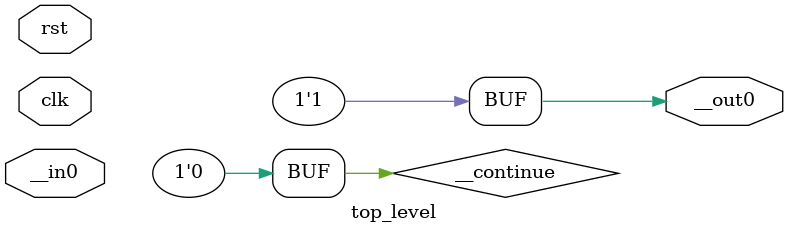
<source format=sv>
module top_level (input logic [0:0] clk,
  input logic [0:0] rst,
  input logic [0:0] __in0,
  output logic [0:0] __out0);
  logic [0:0] rewire_monad_iter1_in;
  logic [0:0] rewire_prelude_not_in;
  logic [0:0] lit_in;
  logic [0:0] __continue;
  logic [0:0] __resumption_tag;
  logic [0:0] __resumption_tag_next;
  assign rewire_monad_iter1_in = __resumption_tag;
  assign rewire_prelude_not_in = rewire_monad_iter1_in[0];
  assign lit_in = rewire_prelude_not_in[0];
  assign {__continue, __out0, __resumption_tag_next} = {1'h1, (lit_in[0] == 1'h1) ? 1'h0 : 1'h1};
  initial __resumption_tag <= 1'h1;
  always @ (posedge clk or posedge rst) begin
    if (rst == 1'h1) begin
      __resumption_tag <= 1'h1;
    end else begin
      __resumption_tag <= __resumption_tag_next;
    end
  end
endmodule
</source>
